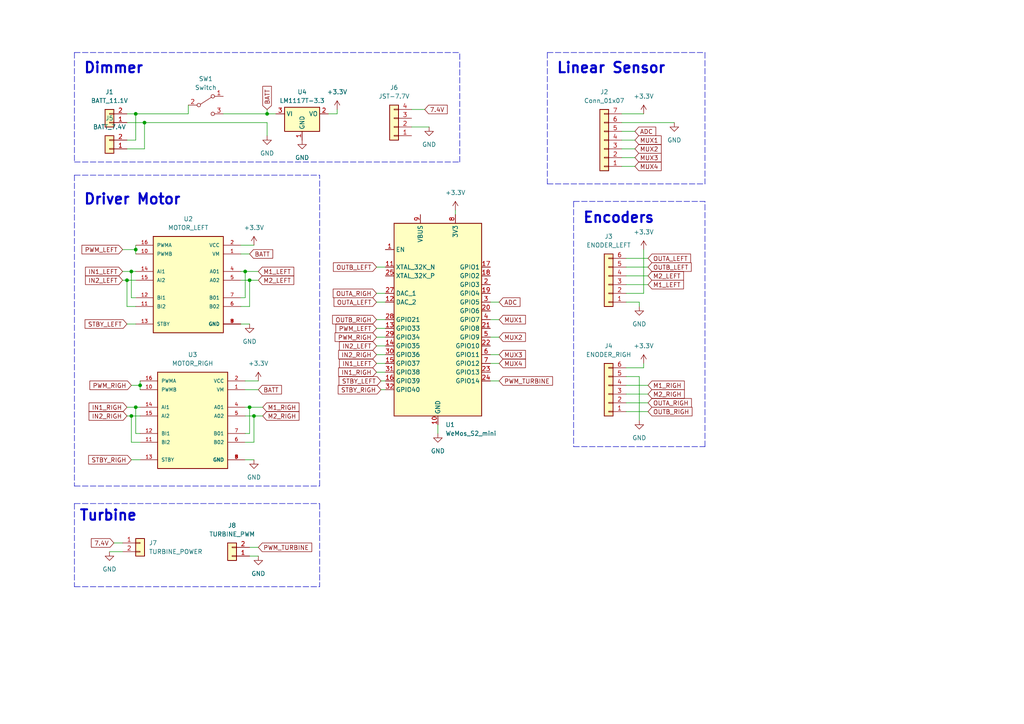
<source format=kicad_sch>
(kicad_sch (version 20230121) (generator eeschema)
  (paper "A4")
  (lib_symbols
    (symbol "Connector_Generic:Conn_01x02" (pin_names (offset 1.016) hide)
      (property "Reference" "J" (at 0 2.54 0))
      (property "Value" "Conn_01x02" (at 0 -5.08 0))
      (symbol "Conn_01x02_1_1"
        (rectangle (start -1.27 -2.413) (end 0 -2.667) (stroke (width 0.1524)))
        (rectangle (start -1.27 0.127) (end 0 -0.127) (stroke (width 0.1524)))
        (rectangle (start -1.27 1.27) (end 1.27 -3.81) (stroke (width 0.254)) (fill (type background)))
        (pin passive line (at -5.08 0 0) (length 3.81) (name "Pin_1") (number "1"))
        (pin passive line (at -5.08 -2.54 0) (length 3.81) (name "Pin_2") (number "2"))
      )
    )
    (symbol "Connector_Generic:Conn_01x04" (pin_names (offset 1.016) hide)
      (property "Reference" "J" (at 0 5.08 0))
      (property "Value" "Conn_01x04" (at 0 -7.62 0))
      (symbol "Conn_01x04_1_1"
        (rectangle (start -1.27 -4.953) (end 0 -5.207) (stroke (width 0.1524)))
        (rectangle (start -1.27 -2.413) (end 0 -2.667) (stroke (width 0.1524)))
        (rectangle (start -1.27 0.127) (end 0 -0.127) (stroke (width 0.1524)))
        (rectangle (start -1.27 2.667) (end 0 2.413) (stroke (width 0.1524)))
        (rectangle (start -1.27 3.81) (end 1.27 -6.35) (stroke (width 0.254)) (fill (type background)))
        (pin passive line (at -5.08 2.54 0) (length 3.81) (name "Pin_1") (number "1"))
        (pin passive line (at -5.08 0 0) (length 3.81) (name "Pin_2") (number "2"))
        (pin passive line (at -5.08 -2.54 0) (length 3.81) (name "Pin_3") (number "3"))
        (pin passive line (at -5.08 -5.08 0) (length 3.81) (name "Pin_4") (number "4"))
      )
    )
    (symbol "Connector_Generic:Conn_01x06" (pin_names (offset 1.016) hide)
      (property "Reference" "J" (at 0 7.62 0))
      (property "Value" "Conn_01x06" (at 0 -10.16 0))
      (symbol "Conn_01x06_1_1"
        (rectangle (start -1.27 -7.493) (end 0 -7.747) (stroke (width 0.1524)))
        (rectangle (start -1.27 -4.953) (end 0 -5.207) (stroke (width 0.1524)))
        (rectangle (start -1.27 -2.413) (end 0 -2.667) (stroke (width 0.1524)))
        (rectangle (start -1.27 0.127) (end 0 -0.127) (stroke (width 0.1524)))
        (rectangle (start -1.27 2.667) (end 0 2.413) (stroke (width 0.1524)))
        (rectangle (start -1.27 5.207) (end 0 4.953) (stroke (width 0.1524)))
        (rectangle (start -1.27 6.35) (end 1.27 -8.89) (stroke (width 0.254)) (fill (type background)))
        (pin passive line (at -5.08 5.08 0) (length 3.81) (name "Pin_1") (number "1"))
        (pin passive line (at -5.08 2.54 0) (length 3.81) (name "Pin_2") (number "2"))
        (pin passive line (at -5.08 0 0) (length 3.81) (name "Pin_3") (number "3"))
        (pin passive line (at -5.08 -2.54 0) (length 3.81) (name "Pin_4") (number "4"))
        (pin passive line (at -5.08 -5.08 0) (length 3.81) (name "Pin_5") (number "5"))
        (pin passive line (at -5.08 -7.62 0) (length 3.81) (name "Pin_6") (number "6"))
      )
    )
    (symbol "Connector_Generic:Conn_01x07" (pin_names (offset 1.016) hide)
      (property "Reference" "J" (at 0 10.16 0))
      (property "Value" "Conn_01x07" (at 0 -10.16 0))
      (symbol "Conn_01x07_1_1"
        (rectangle (start -1.27 -7.493) (end 0 -7.747) (stroke (width 0.1524)))
        (rectangle (start -1.27 -4.953) (end 0 -5.207) (stroke (width 0.1524)))
        (rectangle (start -1.27 -2.413) (end 0 -2.667) (stroke (width 0.1524)))
        (rectangle (start -1.27 0.127) (end 0 -0.127) (stroke (width 0.1524)))
        (rectangle (start -1.27 2.667) (end 0 2.413) (stroke (width 0.1524)))
        (rectangle (start -1.27 5.207) (end 0 4.953) (stroke (width 0.1524)))
        (rectangle (start -1.27 7.747) (end 0 7.493) (stroke (width 0.1524)))
        (rectangle (start -1.27 8.89) (end 1.27 -8.89) (stroke (width 0.254)) (fill (type background)))
        (pin passive line (at -5.08 7.62 0) (length 3.81) (name "Pin_1") (number "1"))
        (pin passive line (at -5.08 5.08 0) (length 3.81) (name "Pin_2") (number "2"))
        (pin passive line (at -5.08 2.54 0) (length 3.81) (name "Pin_3") (number "3"))
        (pin passive line (at -5.08 0 0) (length 3.81) (name "Pin_4") (number "4"))
        (pin passive line (at -5.08 -2.54 0) (length 3.81) (name "Pin_5") (number "5"))
        (pin passive line (at -5.08 -5.08 0) (length 3.81) (name "Pin_6") (number "6"))
        (pin passive line (at -5.08 -7.62 0) (length 3.81) (name "Pin_7") (number "7"))
      )
    )
    (symbol "MCU_Module:WeMos_S2_mini"
      (property "Reference" "U" (at 2.54 -30.48 0))
      (property "Value" "WeMos_S2_mini" (at 2.54 -33.02 0))
      (symbol "WeMos_S2_mini_1_1"
        (rectangle (start -12.7 27.94) (end 12.7 -27.94) (stroke (width 0.254)) (fill (type background)))
        (pin input line (at -15.24 20.32 0) (length 2.54) (name "EN") (number "1"))
        (pin power_in line (at 0 -30.48 90) (length 2.54) (name "GND") (number "10"))
        (pin input line (at -15.24 15.24 0) (length 2.54) (name "XTAL_32K_N") (number "11"))
        (pin output line (at -15.24 5.08 0) (length 2.54) (name "DAC_2") (number "12"))
        (pin bidirectional line (at -15.24 -2.54 0) (length 2.54) (name "GPIO33") (number "13"))
        (pin bidirectional line (at -15.24 -7.62 0) (length 2.54) (name "GPIO35") (number "14"))
        (pin bidirectional line (at -15.24 -12.7 0) (length 2.54) (name "GPIO37") (number "15"))
        (pin bidirectional line (at -15.24 -17.78 0) (length 2.54) (name "GPIO39") (number "16"))
        (pin bidirectional line (at 15.24 15.24 180) (length 2.54) (name "GPIO1") (number "17"))
        (pin bidirectional line (at 15.24 12.7 180) (length 2.54) (name "GPIO2") (number "18"))
        (pin bidirectional line (at 15.24 7.62 180) (length 2.54) (name "GPIO4") (number "19"))
        (pin bidirectional line (at 15.24 10.16 180) (length 2.54) (name "GPIO3") (number "2"))
        (pin bidirectional line (at 15.24 2.54 180) (length 2.54) (name "GPIO6") (number "20"))
        (pin bidirectional line (at 15.24 -2.54 180) (length 2.54) (name "GPIO8") (number "21"))
        (pin bidirectional line (at 15.24 -7.62 180) (length 2.54) (name "GPIO10") (number "22"))
        (pin bidirectional line (at 15.24 -15.24 180) (length 2.54) (name "GPIO13") (number "23"))
        (pin bidirectional line (at 15.24 -17.78 180) (length 2.54) (name "GPIO14") (number "24"))
        (pin output line (at -15.24 12.7 0) (length 2.54) (name "XTAL_32K_P") (number "25"))
        (pin passive line (at 0 -30.48 90) (length 2.54) hide (name "GND") (number "26"))
        (pin output line (at -15.24 7.62 0) (length 2.54) (name "DAC_1") (number "27"))
        (pin bidirectional line (at -15.24 0 0) (length 2.54) (name "GPIO21") (number "28"))
        (pin bidirectional line (at -15.24 -5.08 0) (length 2.54) (name "GPIO34") (number "29"))
        (pin bidirectional line (at 15.24 5.08 180) (length 2.54) (name "GPIO5") (number "3"))
        (pin bidirectional line (at -15.24 -10.16 0) (length 2.54) (name "GPIO36") (number "30"))
        (pin bidirectional line (at -15.24 -15.24 0) (length 2.54) (name "GPIO38") (number "31"))
        (pin bidirectional line (at -15.24 -20.32 0) (length 2.54) (name "GPIO40") (number "32"))
        (pin bidirectional line (at 15.24 0 180) (length 2.54) (name "GPIO7") (number "4"))
        (pin bidirectional line (at 15.24 -5.08 180) (length 2.54) (name "GPIO9") (number "5"))
        (pin bidirectional line (at 15.24 -10.16 180) (length 2.54) (name "GPIO11") (number "6"))
        (pin bidirectional line (at 15.24 -12.7 180) (length 2.54) (name "GPIO12") (number "7"))
        (pin power_out line (at 5.08 30.48 270) (length 2.54) (name "3V3") (number "8"))
        (pin power_out line (at -5.08 30.48 270) (length 2.54) (name "VBUS") (number "9"))
      )
    )
    (symbol "Regulator_Linear:LM1117T-3.3"
      (property "Reference" "U" (at -3.81 3.175 0))
      (property "Value" "LM1117T-3.3" (at 0 3.175 0))
      (symbol "LM1117T-3.3_0_1"
        (rectangle (start -5.08 -5.08) (end 5.08 1.905) (stroke (width 0.254)) (fill (type background)))
      )
      (symbol "LM1117T-3.3_1_1"
        (pin power_in line (at 0 -7.62 90) (length 2.54) (name "GND") (number "1"))
        (pin power_out line (at 7.62 0 180) (length 2.54) (name "VO") (number "2"))
        (pin power_in line (at -7.62 0 0) (length 2.54) (name "VI") (number "3"))
      )
    )
    (symbol "Switch:SW_SPDT" (pin_names (offset 0) hide)
      (property "Reference" "SW" (at 0 4.318 0))
      (property "Value" "SW_SPDT" (at 0 -5.08 0))
      (symbol "SW_SPDT_0_0"
        (circle (center -2.032 0) (radius 0.508))
        (circle (center 2.032 -2.54) (radius 0.508))
      )
      (symbol "SW_SPDT_0_1"
        (polyline (pts (xy -1.524 0.254) (xy 1.651 2.286)))
        (circle (center 2.032 2.54) (radius 0.508))
      )
      (symbol "SW_SPDT_1_1"
        (pin passive line (at 5.08 2.54 180) (length 2.54) (name "A") (number "1"))
        (pin passive line (at -5.08 0 0) (length 2.54) (name "B") (number "2"))
        (pin passive line (at 5.08 -2.54 180) (length 2.54) (name "C") (number "3"))
      )
    )
    (symbol "TB6612FNG_MODULE:ROB-14450" (pin_names (offset 1.016))
      (property "Reference" "U" (at -10.16 16.002 0))
      (property "Value" "ROB-14450" (at -10.16 -15.24 0))
      (symbol "ROB-14450_0_0"
        (rectangle (start -10.16 -12.7) (end 10.16 15.24) (stroke (width 0.254)) (fill (type background)))
        (pin power_in line (at 15.24 10.16 180) (length 5.08) (name "VM") (number "1"))
        (pin input line (at -15.24 10.16 0) (length 5.08) (name "PWMB") (number "10"))
        (pin input line (at -15.24 -5.08 0) (length 5.08) (name "BI2") (number "11"))
        (pin input line (at -15.24 -2.54 0) (length 5.08) (name "BI1") (number "12"))
        (pin input line (at -15.24 -10.16 0) (length 5.08) (name "STBY") (number "13"))
        (pin input line (at -15.24 5.08 0) (length 5.08) (name "AI1") (number "14"))
        (pin input line (at -15.24 2.54 0) (length 5.08) (name "AI2") (number "15"))
        (pin input line (at -15.24 12.7 0) (length 5.08) (name "PWMA") (number "16"))
        (pin power_in line (at 15.24 12.7 180) (length 5.08) (name "VCC") (number "2"))
        (pin power_in line (at 15.24 -10.16 180) (length 5.08) (name "GND") (number "3"))
        (pin output line (at 15.24 5.08 180) (length 5.08) (name "A01") (number "4"))
        (pin output line (at 15.24 2.54 180) (length 5.08) (name "A02") (number "5"))
        (pin output line (at 15.24 -5.08 180) (length 5.08) (name "B02") (number "6"))
        (pin output line (at 15.24 -2.54 180) (length 5.08) (name "B01") (number "7"))
        (pin power_in line (at 15.24 -10.16 180) (length 5.08) (name "GND") (number "8"))
        (pin power_in line (at 15.24 -10.16 180) (length 5.08) (name "GND") (number "9"))
      )
    )
    (symbol "power:+3.3V" (power) (pin_names (offset 0))
      (property "Value" "+3.3V" (at 0 3.556 0))
      (symbol "+3.3V_0_1"
        (polyline (pts (xy -0.762 1.27) (xy 0 2.54)))
        (polyline (pts (xy 0 0) (xy 0 2.54)))
        (polyline (pts (xy 0 2.54) (xy 0.762 1.27)))
      )
      (symbol "+3.3V_1_1"
        (pin power_in line (at 0 0 90) (length 0) hide (name "+3.3V") (number "1"))
      )
    )
    (symbol "power:GND" (power) (pin_names (offset 0))
      (property "Value" "GND" (at 0 -3.81 0))
      (symbol "GND_0_1"
        (polyline (pts (xy 0 0) (xy 0 -1.27) (xy 1.27 -1.27) (xy 0 -2.54) (xy -1.27 -1.27) (xy 0 -1.27)))
      )
      (symbol "GND_1_1"
        (pin power_in line (at 0 0 270) (length 0) hide (name "GND") (number "1"))
      )
    )
  )
  (junction (at 72.39 81.28))
  (junction (at 73.66 120.65))
  (junction (at 77.47 33.02))
  (junction (at 41.91 35.56))
  (junction (at 38.1 78.74))
  (junction (at 71.12 78.74))
  (junction (at 39.37 72.39))
  (junction (at 40.64 111.76))
  (junction (at 72.39 118.11))
  (junction (at 39.37 118.11))
  (junction (at 39.37 33.02))
  (junction (at 36.83 81.28))
  (junction (at 38.1 120.65))
  (wire (pts (xy 180.34 33.02) (xy 186.69 33.02)))
  (wire (pts (xy 77.47 35.56) (xy 77.47 39.37)))
  (polyline (pts (xy 204.47 129.54) (xy 204.47 58.42)) (stroke (width 0) (type dash)))
  (wire (pts (xy 119.38 36.83) (xy 124.46 36.83)))
  (wire (pts (xy 186.69 85.09) (xy 186.69 72.39)))
  (polyline (pts (xy 21.59 15.24) (xy 133.35 15.24)) (stroke (width 0) (type dash)))
  (wire (pts (xy 36.83 43.18) (xy 41.91 43.18)))
  (wire (pts (xy 36.83 118.11) (xy 39.37 118.11)))
  (polyline (pts (xy 21.59 140.97) (xy 92.71 140.97)) (stroke (width 0) (type dash)))
  (wire (pts (xy 69.85 73.66) (xy 72.39 73.66)))
  (polyline (pts (xy 21.59 50.8) (xy 21.59 140.97)) (stroke (width 0) (type dash)))
  (wire (pts (xy 39.37 118.11) (xy 40.64 118.11)))
  (wire (pts (xy 181.61 106.68) (xy 186.69 106.68)))
  (wire (pts (xy 181.61 114.3) (xy 187.96 114.3)))
  (polyline (pts (xy 158.75 15.24) (xy 204.47 15.24)) (stroke (width 0) (type dash)))
  (wire (pts (xy 180.34 45.72) (xy 184.15 45.72)))
  (wire (pts (xy 36.83 81.28) (xy 39.37 81.28)))
  (polyline (pts (xy 158.75 15.24) (xy 158.75 53.34)) (stroke (width 0) (type dash)))
  (wire (pts (xy 71.12 128.27) (xy 73.66 128.27)))
  (wire (pts (xy 38.1 120.65) (xy 40.64 120.65)))
  (wire (pts (xy 40.64 125.73) (xy 39.37 125.73)))
  (wire (pts (xy 40.64 110.49) (xy 40.64 111.76)))
  (wire (pts (xy 36.83 120.65) (xy 38.1 120.65)))
  (polyline (pts (xy 21.59 146.05) (xy 21.59 170.18)) (stroke (width 0) (type dash)))
  (wire (pts (xy 181.61 77.47) (xy 187.96 77.47)))
  (wire (pts (xy 144.78 105.41) (xy 142.24 105.41)))
  (wire (pts (xy 132.08 60.96) (xy 132.08 62.23)))
  (wire (pts (xy 95.25 33.02) (xy 97.79 33.02)))
  (polyline (pts (xy 204.47 15.24) (xy 204.47 53.34)) (stroke (width 0) (type dash)))
  (polyline (pts (xy 21.59 146.05) (xy 92.71 146.05)) (stroke (width 0) (type dash)))
  (wire (pts (xy 38.1 78.74) (xy 39.37 78.74)))
  (wire (pts (xy 186.69 106.68) (xy 186.69 105.41)))
  (wire (pts (xy 71.12 133.35) (xy 73.66 133.35)))
  (wire (pts (xy 109.22 97.79) (xy 111.76 97.79)))
  (wire (pts (xy 69.85 93.98) (xy 72.39 93.98)))
  (wire (pts (xy 72.39 161.29) (xy 74.93 161.29)))
  (wire (pts (xy 71.12 78.74) (xy 74.93 78.74)))
  (wire (pts (xy 180.34 35.56) (xy 195.58 35.56)))
  (wire (pts (xy 38.1 86.36) (xy 38.1 78.74)))
  (wire (pts (xy 39.37 71.12) (xy 39.37 72.39)))
  (wire (pts (xy 77.47 33.02) (xy 80.01 33.02)))
  (wire (pts (xy 185.42 121.92) (xy 185.42 109.22)))
  (wire (pts (xy 35.56 81.28) (xy 36.83 81.28)))
  (wire (pts (xy 71.12 86.36) (xy 71.12 78.74)))
  (wire (pts (xy 33.02 157.48) (xy 35.56 157.48)))
  (wire (pts (xy 73.66 128.27) (xy 73.66 120.65)))
  (polyline (pts (xy 21.59 170.18) (xy 92.71 170.18)) (stroke (width 0) (type dash)))
  (wire (pts (xy 36.83 81.28) (xy 36.83 88.9)))
  (wire (pts (xy 180.34 40.64) (xy 184.15 40.64)))
  (wire (pts (xy 38.1 111.76) (xy 40.64 111.76)))
  (wire (pts (xy 97.79 33.02) (xy 97.79 31.75)))
  (wire (pts (xy 71.12 113.03) (xy 74.93 113.03)))
  (wire (pts (xy 39.37 33.02) (xy 54.61 33.02)))
  (wire (pts (xy 76.2 120.65) (xy 73.66 120.65)))
  (wire (pts (xy 109.22 95.25) (xy 111.76 95.25)))
  (wire (pts (xy 69.85 88.9) (xy 72.39 88.9)))
  (wire (pts (xy 64.77 33.02) (xy 77.47 33.02)))
  (wire (pts (xy 41.91 35.56) (xy 77.47 35.56)))
  (wire (pts (xy 71.12 110.49) (xy 74.93 110.49)))
  (wire (pts (xy 69.85 71.12) (xy 73.66 71.12)))
  (wire (pts (xy 39.37 88.9) (xy 36.83 88.9)))
  (wire (pts (xy 71.12 120.65) (xy 73.66 120.65)))
  (wire (pts (xy 185.42 109.22) (xy 181.61 109.22)))
  (wire (pts (xy 72.39 81.28) (xy 74.93 81.28)))
  (wire (pts (xy 109.22 107.95) (xy 111.76 107.95)))
  (wire (pts (xy 110.49 113.03) (xy 111.76 113.03)))
  (wire (pts (xy 41.91 43.18) (xy 41.91 35.56)))
  (wire (pts (xy 181.61 85.09) (xy 186.69 85.09)))
  (wire (pts (xy 109.22 102.87) (xy 111.76 102.87)))
  (wire (pts (xy 71.12 118.11) (xy 72.39 118.11)))
  (wire (pts (xy 36.83 35.56) (xy 41.91 35.56)))
  (wire (pts (xy 36.83 93.98) (xy 39.37 93.98)))
  (wire (pts (xy 184.15 43.18) (xy 180.34 43.18)))
  (wire (pts (xy 181.61 80.01) (xy 187.96 80.01)))
  (wire (pts (xy 36.83 40.64) (xy 39.37 40.64)))
  (wire (pts (xy 181.61 87.63) (xy 185.42 87.63)))
  (wire (pts (xy 71.12 125.73) (xy 72.39 125.73)))
  (polyline (pts (xy 92.71 140.97) (xy 92.71 50.8)) (stroke (width 0) (type dash)))
  (wire (pts (xy 77.47 31.75) (xy 77.47 33.02)))
  (wire (pts (xy 185.42 87.63) (xy 185.42 88.9)))
  (wire (pts (xy 35.56 72.39) (xy 39.37 72.39)))
  (wire (pts (xy 110.49 110.49) (xy 111.76 110.49)))
  (wire (pts (xy 38.1 120.65) (xy 38.1 128.27)))
  (wire (pts (xy 109.22 105.41) (xy 111.76 105.41)))
  (wire (pts (xy 187.96 116.84) (xy 181.61 116.84)))
  (wire (pts (xy 109.22 92.71) (xy 111.76 92.71)))
  (wire (pts (xy 69.85 81.28) (xy 72.39 81.28)))
  (wire (pts (xy 69.85 78.74) (xy 71.12 78.74)))
  (wire (pts (xy 69.85 86.36) (xy 71.12 86.36)))
  (wire (pts (xy 187.96 82.55) (xy 181.61 82.55)))
  (wire (pts (xy 54.61 33.02) (xy 54.61 30.48)))
  (wire (pts (xy 142.24 110.49) (xy 144.78 110.49)))
  (polyline (pts (xy 92.71 146.05) (xy 92.71 170.18)) (stroke (width 0) (type dash)))
  (polyline (pts (xy 166.37 129.54) (xy 204.47 129.54)) (stroke (width 0) (type dash)))
  (wire (pts (xy 181.61 111.76) (xy 187.96 111.76)))
  (wire (pts (xy 72.39 125.73) (xy 72.39 118.11)))
  (wire (pts (xy 127 123.19) (xy 127 125.73)))
  (wire (pts (xy 184.15 48.26) (xy 180.34 48.26)))
  (wire (pts (xy 109.22 77.47) (xy 111.76 77.47)))
  (wire (pts (xy 39.37 125.73) (xy 39.37 118.11)))
  (polyline (pts (xy 21.59 50.8) (xy 92.71 50.8)) (stroke (width 0) (type dash)))
  (wire (pts (xy 144.78 97.79) (xy 142.24 97.79)))
  (wire (pts (xy 109.22 87.63) (xy 111.76 87.63)))
  (polyline (pts (xy 166.37 58.42) (xy 204.47 58.42)) (stroke (width 0) (type dash)))
  (wire (pts (xy 39.37 40.64) (xy 39.37 33.02)))
  (wire (pts (xy 109.22 100.33) (xy 111.76 100.33)))
  (wire (pts (xy 39.37 86.36) (xy 38.1 86.36)))
  (wire (pts (xy 72.39 158.75) (xy 74.93 158.75)))
  (wire (pts (xy 181.61 74.93) (xy 187.96 74.93)))
  (wire (pts (xy 39.37 72.39) (xy 39.37 73.66)))
  (wire (pts (xy 119.38 31.75) (xy 123.19 31.75)))
  (wire (pts (xy 144.78 102.87) (xy 142.24 102.87)))
  (wire (pts (xy 36.83 33.02) (xy 39.37 33.02)))
  (wire (pts (xy 40.64 128.27) (xy 38.1 128.27)))
  (wire (pts (xy 180.34 38.1) (xy 184.15 38.1)))
  (wire (pts (xy 35.56 78.74) (xy 38.1 78.74)))
  (polyline (pts (xy 166.37 58.42) (xy 166.37 129.54)) (stroke (width 0) (type dash)))
  (wire (pts (xy 181.61 119.38) (xy 187.96 119.38)))
  (wire (pts (xy 38.1 133.35) (xy 40.64 133.35)))
  (wire (pts (xy 72.39 88.9) (xy 72.39 81.28)))
  (polyline (pts (xy 21.59 46.99) (xy 133.35 46.99)) (stroke (width 0) (type dash)))
  (polyline (pts (xy 133.35 46.99) (xy 133.35 15.24)) (stroke (width 0) (type dash)))
  (wire (pts (xy 144.78 87.63) (xy 142.24 87.63)))
  (wire (pts (xy 109.22 85.09) (xy 111.76 85.09)))
  (wire (pts (xy 31.75 160.02) (xy 35.56 160.02)))
  (polyline (pts (xy 158.75 53.34) (xy 204.47 53.34)) (stroke (width 0) (type dash)))
  (wire (pts (xy 76.2 118.11) (xy 72.39 118.11)))
  (polyline (pts (xy 21.59 15.24) (xy 21.59 46.99)) (stroke (width 0) (type dash)))
  (wire (pts (xy 40.64 111.76) (xy 40.64 113.03)))
  (wire (pts (xy 144.78 92.71) (xy 142.24 92.71)))
  (text "Encoders\n\n" (at 168.91 69.85 0) (effects (font (size 3 3) (thickness 0.6) bold) (justify left bottom)))
  (text "Driver Motor\n" (at 24.13 59.69 0) (effects (font (size 3 3) (thickness 0.6) bold) (justify left bottom)))
  (text "Turbine\n\n" (at 22.86 156.21 0) (effects (font (size 3 3) (thickness 0.6) bold) (justify left bottom)))
  (text "Linear Sensor\n" (at 161.29 21.59 0) (effects (font (size 3 3) (thickness 0.6) bold) (justify left bottom)))
  (text "Dimmer\n" (at 24.13 21.59 0) (effects (font (size 3 3) (thickness 0.6) bold) (justify left bottom)))
  (global_label "M1_RIGH" (shape input) (at 187.96 111.76 0) (property "Intersheetrefs" "${INTERSHEET_REFS}" (effects hide)))
  (global_label "IN1_LEFT" (shape input) (at 109.22 105.41 180) (property "Intersheetrefs" "${INTERSHEET_REFS}" (effects hide)))
  (global_label "OUTB_RIGH" (shape input) (at 187.96 119.38 0) (property "Intersheetrefs" "${INTERSHEET_REFS}" (effects hide)))
  (global_label "M1_LEFT" (shape input) (at 74.93 78.74 0) (property "Intersheetrefs" "${INTERSHEET_REFS}" (effects hide)))
  (global_label "MUX1" (shape input) (at 184.15 40.64 0) (property "Intersheetrefs" "${INTERSHEET_REFS}" (effects hide)))
  (global_label "M2_LEFT" (shape input) (at 187.96 80.01 0) (property "Intersheetrefs" "${INTERSHEET_REFS}" (effects hide)))
  (global_label "IN2_RIGH" (shape input) (at 109.22 102.87 180) (property "Intersheetrefs" "${INTERSHEET_REFS}" (effects hide)))
  (global_label "IN1_RIGH" (shape input) (at 36.83 118.11 180) (property "Intersheetrefs" "${INTERSHEET_REFS}" (effects hide)))
  (global_label "STBY_RIGH" (shape input) (at 110.49 113.03 180) (property "Intersheetrefs" "${INTERSHEET_REFS}" (effects hide)))
  (global_label "ADC" (shape input) (at 144.78 87.63 0) (property "Intersheetrefs" "${INTERSHEET_REFS}" (effects hide)))
  (global_label "M1_LEFT" (shape input) (at 187.96 82.55 0) (property "Intersheetrefs" "${INTERSHEET_REFS}" (effects hide)))
  (global_label "M2_RIGH" (shape input) (at 76.2 120.65 0) (property "Intersheetrefs" "${INTERSHEET_REFS}" (effects hide)))
  (global_label "OUTB_LEFT" (shape input) (at 109.22 77.47 180) (property "Intersheetrefs" "${INTERSHEET_REFS}" (effects hide)))
  (global_label "OUTB_RIGH" (shape input) (at 109.22 92.71 180) (property "Intersheetrefs" "${INTERSHEET_REFS}" (effects hide)))
  (global_label "IN2_LEFT" (shape input) (at 109.22 100.33 180) (property "Intersheetrefs" "${INTERSHEET_REFS}" (effects hide)))
  (global_label "ADC" (shape input) (at 184.15 38.1 0) (property "Intersheetrefs" "${INTERSHEET_REFS}" (effects hide)))
  (global_label "IN1_RIGH" (shape input) (at 109.22 107.95 180) (property "Intersheetrefs" "${INTERSHEET_REFS}" (effects hide)))
  (global_label "OUTA_LEFT" (shape input) (at 109.22 87.63 180) (property "Intersheetrefs" "${INTERSHEET_REFS}" (effects hide)))
  (global_label "PWM_LEFT" (shape input) (at 35.56 72.39 180) (property "Intersheetrefs" "${INTERSHEET_REFS}" (effects hide)))
  (global_label "PWM_RIGH" (shape input) (at 109.22 97.79 180) (property "Intersheetrefs" "${INTERSHEET_REFS}" (effects hide)))
  (global_label "STBY_LEFT" (shape input) (at 110.49 110.49 180) (property "Intersheetrefs" "${INTERSHEET_REFS}" (effects hide)))
  (global_label "IN2_LEFT" (shape input) (at 35.56 81.28 180) (property "Intersheetrefs" "${INTERSHEET_REFS}" (effects hide)))
  (global_label "OUTA_RIGH" (shape input) (at 187.96 116.84 0) (property "Intersheetrefs" "${INTERSHEET_REFS}" (effects hide)))
  (global_label "7.4V" (shape input) (at 33.02 157.48 180) (property "Intersheetrefs" "${INTERSHEET_REFS}" (effects hide)))
  (global_label "PWM_TURBINE" (shape input) (at 144.78 110.49 0) (property "Intersheetrefs" "${INTERSHEET_REFS}" (effects hide)))
  (global_label "MUX2" (shape input) (at 184.15 43.18 0) (property "Intersheetrefs" "${INTERSHEET_REFS}" (effects hide)))
  (global_label "M2_LEFT" (shape input) (at 74.93 81.28 0) (property "Intersheetrefs" "${INTERSHEET_REFS}" (effects hide)))
  (global_label "PWM_RIGH" (shape input) (at 38.1 111.76 180) (property "Intersheetrefs" "${INTERSHEET_REFS}" (effects hide)))
  (global_label "OUTA_LEFT" (shape input) (at 187.96 74.93 0) (property "Intersheetrefs" "${INTERSHEET_REFS}" (effects hide)))
  (global_label "IN2_RIGH" (shape input) (at 36.83 120.65 180) (property "Intersheetrefs" "${INTERSHEET_REFS}" (effects hide)))
  (global_label "OUTA_RIGH" (shape input) (at 109.22 85.09 180) (property "Intersheetrefs" "${INTERSHEET_REFS}" (effects hide)))
  (global_label "MUX2" (shape input) (at 144.78 97.79 0) (property "Intersheetrefs" "${INTERSHEET_REFS}" (effects hide)))
  (global_label "STBY_RIGH" (shape input) (at 38.1 133.35 180) (property "Intersheetrefs" "${INTERSHEET_REFS}" (effects hide)))
  (global_label "MUX3" (shape input) (at 144.78 102.87 0) (property "Intersheetrefs" "${INTERSHEET_REFS}" (effects hide)))
  (global_label "IN1_LEFT" (shape input) (at 35.56 78.74 180) (property "Intersheetrefs" "${INTERSHEET_REFS}" (effects hide)))
  (global_label "BATT" (shape input) (at 77.47 31.75 90) (property "Intersheetrefs" "${INTERSHEET_REFS}" (effects hide)))
  (global_label "M1_RIGH" (shape input) (at 76.2 118.11 0) (property "Intersheetrefs" "${INTERSHEET_REFS}" (effects hide)))
  (global_label "OUTB_LEFT" (shape input) (at 187.96 77.47 0) (property "Intersheetrefs" "${INTERSHEET_REFS}" (effects hide)))
  (global_label "BATT" (shape input) (at 74.93 113.03 0) (property "Intersheetrefs" "${INTERSHEET_REFS}" (effects hide)))
  (global_label "MUX3" (shape input) (at 184.15 45.72 0) (property "Intersheetrefs" "${INTERSHEET_REFS}" (effects hide)))
  (global_label "M2_RIGH" (shape input) (at 187.96 114.3 0) (property "Intersheetrefs" "${INTERSHEET_REFS}" (effects hide)))
  (global_label "MUX4" (shape input) (at 144.78 105.41 0) (property "Intersheetrefs" "${INTERSHEET_REFS}" (effects hide)))
  (global_label "STBY_LEFT" (shape input) (at 36.83 93.98 180) (property "Intersheetrefs" "${INTERSHEET_REFS}" (effects hide)))
  (global_label "MUX4" (shape input) (at 184.15 48.26 0) (property "Intersheetrefs" "${INTERSHEET_REFS}" (effects hide)))
  (global_label "PWM_TURBINE" (shape input) (at 74.93 158.75 0) (property "Intersheetrefs" "${INTERSHEET_REFS}" (effects hide)))
  (global_label "BATT" (shape input) (at 72.39 73.66 0) (property "Intersheetrefs" "${INTERSHEET_REFS}" (effects hide)))
  (global_label "7.4V" (shape input) (at 123.19 31.75 0) (property "Intersheetrefs" "${INTERSHEET_REFS}" (effects hide)))
  (global_label "PWM_LEFT" (shape input) (at 109.22 95.25 180) (property "Intersheetrefs" "${INTERSHEET_REFS}" (effects hide)))
  (global_label "MUX1" (shape input) (at 144.78 92.71 0) (property "Intersheetrefs" "${INTERSHEET_REFS}" (effects hide)))
  (symbol (lib_id "power:GND") (at 77.47 39.37 0) (unit 1)
    (property "Reference" "#PWR05" (effects hide))
    (property "Value" "GND" (at 77.47 44.45 0))
  )
  (symbol (lib_id "Switch:SW_SPDT") (at 59.69 30.48 0) (unit 1)
    (property "Reference" "SW1" (at 59.69 22.86 0))
    (property "Value" "Switch" (at 59.69 25.4 0))
    (property "Footprint" "Connector_PinHeader_2.54mm:PinHeader_1x03_P2.54mm_Vertical" (effects hide))
  )
  (symbol (lib_id "TB6612FNG_MODULE:ROB-14450") (at 55.88 123.19 0) (unit 1)
    (property "Reference" "U3" (at 55.88 102.87 0))
    (property "Value" "MOTOR_RIGH" (at 55.88 105.41 0))
    (property "Footprint" "Footprint:TB6612FNG_MODULE" (effects hide))
    (property "MF" "SparkFun Electronics" (effects hide))
    (property "Description" "\nTB6612FNG Motor Controller/Driver Power Management Evaluation Board\n" (effects hide))
    (property "Package" "None" (effects hide))
    (property "Price" "None" (effects hide))
    (property "Check_prices" "https://www.snapeda.com/parts/ROB-14450/SparkFun+Electronics/view-part/?ref=eda" (effects hide))
    (property "STANDARD" "Manufacturer Recommendation" (effects hide))
    (property "PARTREV" "11-13-17" (effects hide))
    (property "SnapEDA_Link" "https://www.snapeda.com/parts/ROB-14450/SparkFun+Electronics/view-part/?ref=snap" (effects hide))
    (property "MP" "ROB-14450" (effects hide))
    (property "Purchase-URL" "https://www.snapeda.com/api/url_track_click_mouser/?unipart_id=2656367&manufacturer=SparkFun Electronics&part_name=ROB-14450&search_term=None" (effects hide))
    (property "Availability" "In Stock" (effects hide))
    (property "MANUFACTURER" "Sparkfun Electronics" (effects hide))
  )
  (symbol (lib_id "power:+3.3V") (at 73.66 71.12 0) (unit 1)
    (property "Reference" "#PWR01" (effects hide))
    (property "Value" "+3.3V" (at 73.66 66.04 0))
  )
  (symbol (lib_id "power:+3.3V") (at 186.69 33.02 0) (unit 1)
    (property "Reference" "#PWR07" (effects hide))
    (property "Value" "+3.3V" (at 186.69 27.94 0))
  )
  (symbol (lib_id "power:+3.3V") (at 97.79 31.75 0) (unit 1)
    (property "Reference" "#PWR06" (effects hide))
    (property "Value" "+3.3V" (at 97.79 26.67 0))
  )
  (symbol (lib_id "Connector_Generic:Conn_01x02") (at 31.75 43.18 180) (unit 1)
    (property "Reference" "J5" (at 31.75 34.29 0))
    (property "Value" "BATT_7.4V" (at 31.75 36.83 0))
    (property "Footprint" "Connector_JST:JST_XH_B2B-XH-A_1x02_P2.50mm_Vertical" (effects hide))
  )
  (symbol (lib_id "Connector_Generic:Conn_01x02") (at 40.64 157.48 0) (unit 1)
    (property "Reference" "J7" (at 43.18 157.48 0) (effects (justify left)))
    (property "Value" "TURBINE_POWER" (at 43.18 160.02 0) (effects (justify left)))
    (property "Footprint" "Connector_JST:JST_XH_B2B-XH-A_1x02_P2.50mm_Vertical" (effects hide))
  )
  (symbol (lib_id "power:GND") (at 74.93 161.29 0) (unit 1)
    (property "Reference" "#PWR018" (effects hide))
    (property "Value" "GND" (at 74.93 166.37 0))
  )
  (symbol (lib_id "TB6612FNG_MODULE:ROB-14450") (at 54.61 83.82 0) (unit 1)
    (property "Reference" "U2" (at 54.61 63.5 0))
    (property "Value" "MOTOR_LEFT" (at 54.61 66.04 0))
    (property "Footprint" "Footprint:TB6612FNG_MODULE" (effects hide))
    (property "MF" "SparkFun Electronics" (effects hide))
    (property "Description" "\nTB6612FNG Motor Controller/Driver Power Management Evaluation Board\n" (effects hide))
    (property "Package" "None" (effects hide))
    (property "Price" "None" (effects hide))
    (property "Check_prices" "https://www.snapeda.com/parts/ROB-14450/SparkFun+Electronics/view-part/?ref=eda" (effects hide))
    (property "STANDARD" "Manufacturer Recommendation" (effects hide))
    (property "PARTREV" "11-13-17" (effects hide))
    (property "SnapEDA_Link" "https://www.snapeda.com/parts/ROB-14450/SparkFun+Electronics/view-part/?ref=snap" (effects hide))
    (property "MP" "ROB-14450" (effects hide))
    (property "Purchase-URL" "https://www.snapeda.com/api/url_track_click_mouser/?unipart_id=2656367&manufacturer=SparkFun Electronics&part_name=ROB-14450&search_term=None" (effects hide))
    (property "Availability" "In Stock" (effects hide))
    (property "MANUFACTURER" "Sparkfun Electronics" (effects hide))
  )
  (symbol (lib_id "Connector_Generic:Conn_01x07") (at 175.26 40.64 180) (unit 1)
    (property "Reference" "J2" (at 175.26 26.67 0))
    (property "Value" "Conn_01x07" (at 175.26 29.21 0))
    (property "Footprint" "Connector_PinHeader_2.54mm:PinHeader_1x07_P2.54mm_Vertical" (effects hide))
  )
  (symbol (lib_id "power:GND") (at 73.66 133.35 0) (unit 1)
    (property "Reference" "#PWR03" (effects hide))
    (property "Value" "GND" (at 73.66 138.43 0))
  )
  (symbol (lib_id "Connector_Generic:Conn_01x04") (at 114.3 36.83 180) (unit 1)
    (property "Reference" "J6" (at 114.3 25.4 0))
    (property "Value" "JST-7.7V" (at 114.3 27.94 0))
    (property "Footprint" "Connector_JST:JST_XH_B4B-XH-A_1x04_P2.50mm_Vertical" (effects hide))
  )
  (symbol (lib_id "Connector_Generic:Conn_01x06") (at 176.53 114.3 180) (unit 1)
    (property "Reference" "J4" (at 176.53 100.33 0))
    (property "Value" "ENODER_RIGH" (at 176.53 102.87 0))
    (property "Footprint" "Connector_PinHeader_2.54mm:PinHeader_1x06_P2.54mm_Vertical" (effects hide))
  )
  (symbol (lib_id "power:GND") (at 185.42 121.92 0) (unit 1)
    (property "Reference" "#PWR011" (effects hide))
    (property "Value" "GND" (at 185.42 127 0))
  )
  (symbol (lib_id "power:GND") (at 72.39 93.98 0) (unit 1)
    (property "Reference" "#PWR04" (effects hide))
    (property "Value" "GND" (at 72.39 99.06 0))
  )
  (symbol (lib_id "power:GND") (at 87.63 40.64 0) (unit 1)
    (property "Reference" "#PWR015" (effects hide))
    (property "Value" "GND" (at 87.63 45.72 0))
  )
  (symbol (lib_id "power:+3.3V") (at 186.69 72.39 0) (unit 1)
    (property "Reference" "#PWR010" (effects hide))
    (property "Value" "+3.3V" (at 186.69 67.31 0))
  )
  (symbol (lib_id "MCU_Module:WeMos_S2_mini") (at 127 92.71 0) (unit 1)
    (property "Reference" "U1" (at 129.1941 123.19 0) (effects (justify left)))
    (property "Value" "WeMos_S2_mini" (at 129.1941 125.73 0) (effects (justify left)))
    (property "Footprint" "Module:WEMOS_S2_mini" (effects hide))
    (property "Datasheet" "https://www.wemos.cc/en/latest/s2/s2_mini.html" (effects hide))
  )
  (symbol (lib_id "Connector_Generic:Conn_01x02") (at 31.75 35.56 180) (unit 1)
    (property "Reference" "J1" (at 31.75 26.67 0))
    (property "Value" "BATT_11.1V" (at 31.75 29.21 0))
    (property "Footprint" "Connectors_XT30-60:AMASS_XT30U-F_1x02_P5.0mm_Vertical" (effects hide))
  )
  (symbol (lib_id "power:GND") (at 31.75 160.02 0) (unit 1)
    (property "Reference" "#PWR017" (effects hide))
    (property "Value" "GND" (at 31.75 165.1 0))
  )
  (symbol (lib_id "power:GND") (at 124.46 36.83 0) (unit 1)
    (property "Reference" "#PWR016" (effects hide))
    (property "Value" "GND" (at 124.46 41.91 0))
  )
  (symbol (lib_id "power:+3.3V") (at 74.93 110.49 0) (unit 1)
    (property "Reference" "#PWR02" (effects hide))
    (property "Value" "+3.3V" (at 74.93 105.41 0))
  )
  (symbol (lib_id "Regulator_Linear:LM1117T-3.3") (at 87.63 33.02 0) (unit 1)
    (property "Reference" "U4" (at 87.63 26.67 0))
    (property "Value" "LM1117T-3.3" (at 87.63 29.21 0))
    (property "Footprint" "Package_TO_SOT_THT:TO-220-3_Horizontal_TabDown" (effects hide))
    (property "Datasheet" "http://www.ti.com/lit/ds/symlink/lm1117.pdf" (effects hide))
  )
  (symbol (lib_id "power:GND") (at 185.42 88.9 0) (unit 1)
    (property "Reference" "#PWR09" (effects hide))
    (property "Value" "GND" (at 185.42 93.98 0))
  )
  (symbol (lib_id "power:GND") (at 195.58 35.56 0) (unit 1)
    (property "Reference" "#PWR08" (effects hide))
    (property "Value" "GND" (at 195.58 40.64 0))
  )
  (symbol (lib_id "power:GND") (at 127 125.73 0) (unit 1)
    (property "Reference" "#PWR014" (effects hide))
    (property "Value" "GND" (at 127 130.81 0))
  )
  (symbol (lib_id "power:+3.3V") (at 186.69 105.41 0) (unit 1)
    (property "Reference" "#PWR012" (effects hide))
    (property "Value" "+3.3V" (at 186.69 100.33 0))
  )
  (symbol (lib_id "Connector_Generic:Conn_01x02") (at 67.31 161.29 180) (unit 1)
    (property "Reference" "J8" (at 67.31 152.4 0))
    (property "Value" "TURBINE_PWM" (at 67.31 154.94 0))
    (property "Footprint" "Connector_JST:JST_XH_B2B-XH-A_1x02_P2.50mm_Vertical" (effects hide))
  )
  (symbol (lib_id "power:+3.3V") (at 132.08 60.96 0) (unit 1)
    (property "Reference" "#PWR013" (effects hide))
    (property "Value" "+3.3V" (at 132.08 55.88 0))
  )
  (symbol (lib_id "Connector_Generic:Conn_01x06") (at 176.53 82.55 180) (unit 1)
    (property "Reference" "J3" (at 176.53 68.58 0))
    (property "Value" "ENODER_LEFT" (at 176.53 71.12 0))
    (property "Footprint" "Connector_PinHeader_2.54mm:PinHeader_1x06_P2.54mm_Vertical" (effects hide))
  )
)
</source>
